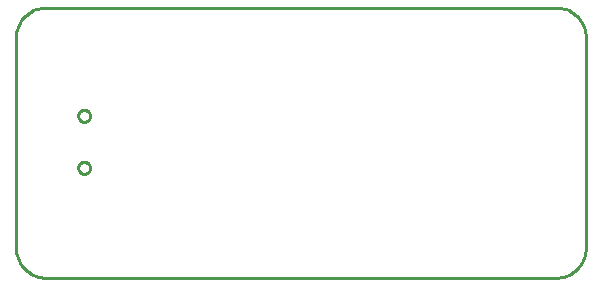
<source format=gbr>
G04 EAGLE Gerber RS-274X export*
G75*
%MOMM*%
%FSLAX34Y34*%
%LPD*%
%IN*%
%IPPOS*%
%AMOC8*
5,1,8,0,0,1.08239X$1,22.5*%
G01*
%ADD10C,0.254000*%


D10*
X0Y25400D02*
X97Y23186D01*
X386Y20989D01*
X865Y18826D01*
X1532Y16713D01*
X2380Y14666D01*
X3403Y12700D01*
X4594Y10831D01*
X5942Y9073D01*
X7440Y7440D01*
X9073Y5942D01*
X10831Y4594D01*
X12700Y3403D01*
X14666Y2380D01*
X16713Y1532D01*
X18826Y865D01*
X20989Y386D01*
X23186Y97D01*
X25400Y0D01*
X457200Y0D01*
X459414Y97D01*
X461611Y386D01*
X463774Y865D01*
X465887Y1532D01*
X467935Y2380D01*
X469900Y3403D01*
X471769Y4594D01*
X473527Y5942D01*
X475161Y7440D01*
X476658Y9073D01*
X478006Y10831D01*
X479197Y12700D01*
X480220Y14666D01*
X481068Y16713D01*
X481735Y18826D01*
X482214Y20989D01*
X482503Y23186D01*
X482600Y25400D01*
X482600Y203200D01*
X482503Y205414D01*
X482214Y207611D01*
X481735Y209774D01*
X481068Y211887D01*
X480220Y213935D01*
X479197Y215900D01*
X478006Y217769D01*
X476658Y219527D01*
X475161Y221161D01*
X473527Y222658D01*
X471769Y224006D01*
X469900Y225197D01*
X467935Y226220D01*
X465887Y227068D01*
X463774Y227735D01*
X461611Y228214D01*
X459414Y228503D01*
X457200Y228600D01*
X25400Y228600D01*
X23186Y228503D01*
X20989Y228214D01*
X18826Y227735D01*
X16713Y227068D01*
X14666Y226220D01*
X12700Y225197D01*
X10831Y224006D01*
X9073Y222658D01*
X7440Y221161D01*
X5942Y219527D01*
X4594Y217769D01*
X3403Y215900D01*
X2380Y213935D01*
X1532Y211887D01*
X865Y209774D01*
X386Y207611D01*
X97Y205414D01*
X0Y203200D01*
X0Y25400D01*
X57519Y132000D02*
X56961Y132063D01*
X56414Y132188D01*
X55884Y132373D01*
X55378Y132617D01*
X54902Y132916D01*
X54463Y133266D01*
X54066Y133663D01*
X53716Y134102D01*
X53417Y134578D01*
X53173Y135084D01*
X52988Y135614D01*
X52863Y136161D01*
X52800Y136719D01*
X52800Y137281D01*
X52863Y137839D01*
X52988Y138386D01*
X53173Y138916D01*
X53417Y139422D01*
X53716Y139898D01*
X54066Y140337D01*
X54463Y140734D01*
X54902Y141084D01*
X55378Y141383D01*
X55884Y141627D01*
X56414Y141812D01*
X56961Y141937D01*
X57519Y142000D01*
X58081Y142000D01*
X58639Y141937D01*
X59186Y141812D01*
X59716Y141627D01*
X60222Y141383D01*
X60698Y141084D01*
X61137Y140734D01*
X61534Y140337D01*
X61884Y139898D01*
X62183Y139422D01*
X62427Y138916D01*
X62612Y138386D01*
X62737Y137839D01*
X62800Y137281D01*
X62800Y136719D01*
X62737Y136161D01*
X62612Y135614D01*
X62427Y135084D01*
X62183Y134578D01*
X61884Y134102D01*
X61534Y133663D01*
X61137Y133266D01*
X60698Y132916D01*
X60222Y132617D01*
X59716Y132373D01*
X59186Y132188D01*
X58639Y132063D01*
X58081Y132000D01*
X57519Y132000D01*
X57519Y88000D02*
X56961Y88063D01*
X56414Y88188D01*
X55884Y88373D01*
X55378Y88617D01*
X54902Y88916D01*
X54463Y89266D01*
X54066Y89663D01*
X53716Y90102D01*
X53417Y90578D01*
X53173Y91084D01*
X52988Y91614D01*
X52863Y92161D01*
X52800Y92719D01*
X52800Y93281D01*
X52863Y93839D01*
X52988Y94386D01*
X53173Y94916D01*
X53417Y95422D01*
X53716Y95898D01*
X54066Y96337D01*
X54463Y96734D01*
X54902Y97084D01*
X55378Y97383D01*
X55884Y97627D01*
X56414Y97812D01*
X56961Y97937D01*
X57519Y98000D01*
X58081Y98000D01*
X58639Y97937D01*
X59186Y97812D01*
X59716Y97627D01*
X60222Y97383D01*
X60698Y97084D01*
X61137Y96734D01*
X61534Y96337D01*
X61884Y95898D01*
X62183Y95422D01*
X62427Y94916D01*
X62612Y94386D01*
X62737Y93839D01*
X62800Y93281D01*
X62800Y92719D01*
X62737Y92161D01*
X62612Y91614D01*
X62427Y91084D01*
X62183Y90578D01*
X61884Y90102D01*
X61534Y89663D01*
X61137Y89266D01*
X60698Y88916D01*
X60222Y88617D01*
X59716Y88373D01*
X59186Y88188D01*
X58639Y88063D01*
X58081Y88000D01*
X57519Y88000D01*
M02*

</source>
